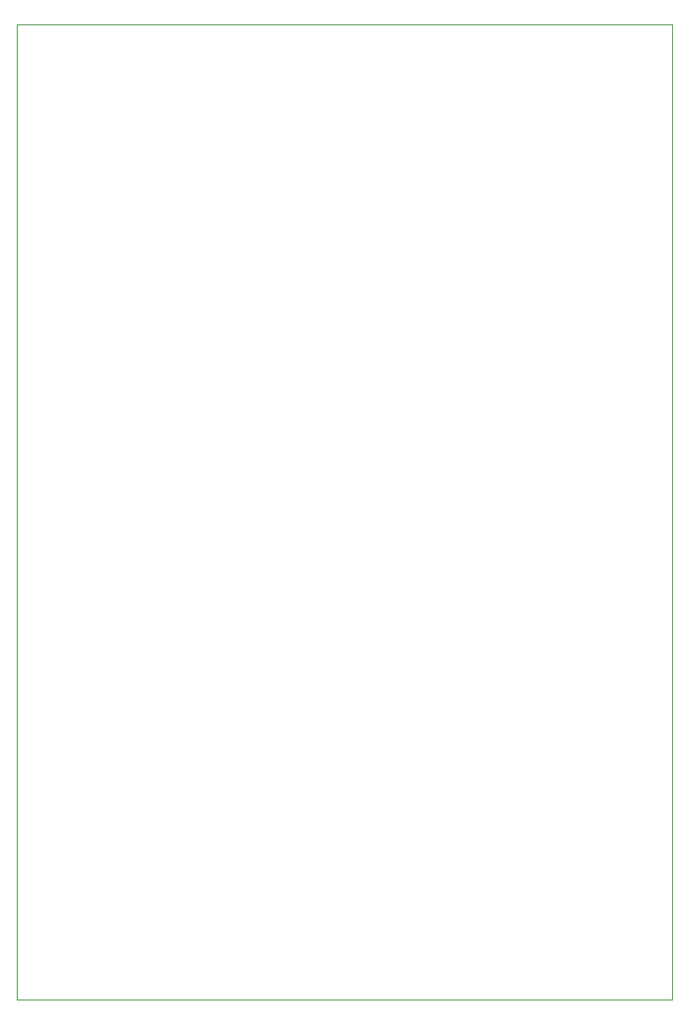
<source format=gbr>
%TF.GenerationSoftware,KiCad,Pcbnew,8.0.6*%
%TF.CreationDate,2024-10-17T23:30:34-05:00*%
%TF.ProjectId,n64_gamecat_rp2350b,6e36345f-6761-46d6-9563-61745f727032,rev?*%
%TF.SameCoordinates,Original*%
%TF.FileFunction,Profile,NP*%
%FSLAX46Y46*%
G04 Gerber Fmt 4.6, Leading zero omitted, Abs format (unit mm)*
G04 Created by KiCad (PCBNEW 8.0.6) date 2024-10-17 23:30:34*
%MOMM*%
%LPD*%
G01*
G04 APERTURE LIST*
%TA.AperFunction,Profile*%
%ADD10C,0.050000*%
%TD*%
G04 APERTURE END LIST*
D10*
X101000000Y-55000000D02*
X167000000Y-55000000D01*
X167000000Y-153000000D01*
X101000000Y-153000000D01*
X101000000Y-55000000D01*
M02*

</source>
